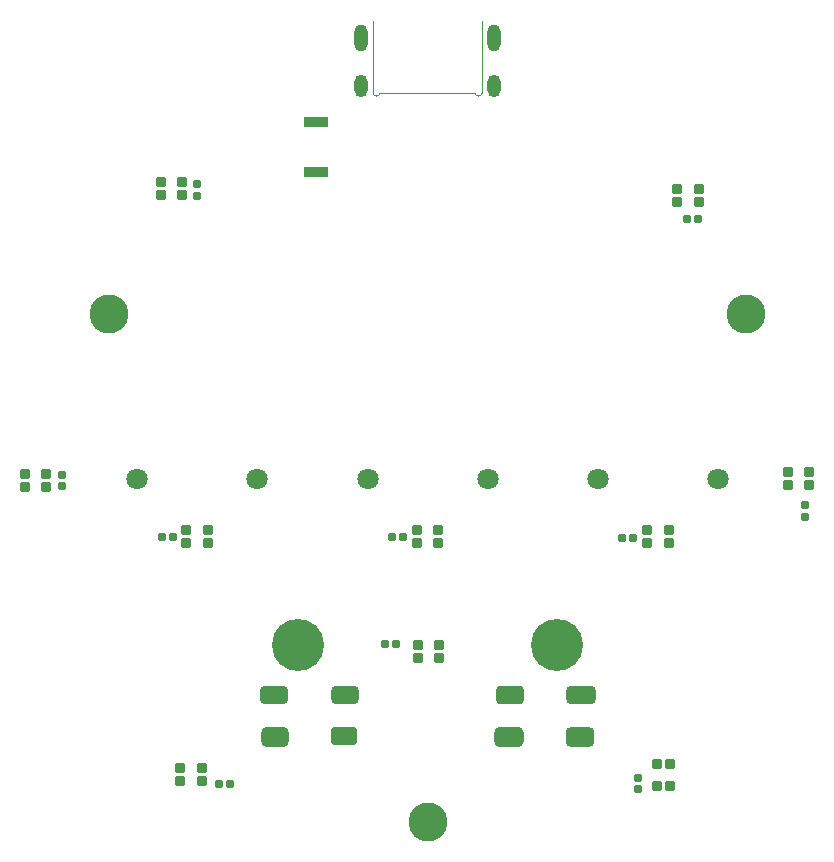
<source format=gbr>
%TF.GenerationSoftware,KiCad,Pcbnew,(7.0.0-0)*%
%TF.CreationDate,2023-03-14T21:41:36-05:00*%
%TF.ProjectId,RP2040_minimal,52503230-3430-45f6-9d69-6e696d616c2e,REV1*%
%TF.SameCoordinates,Original*%
%TF.FileFunction,Soldermask,Bot*%
%TF.FilePolarity,Negative*%
%FSLAX46Y46*%
G04 Gerber Fmt 4.6, Leading zero omitted, Abs format (unit mm)*
G04 Created by KiCad (PCBNEW (7.0.0-0)) date 2023-03-14 21:41:36*
%MOMM*%
%LPD*%
G01*
G04 APERTURE LIST*
G04 Aperture macros list*
%AMRoundRect*
0 Rectangle with rounded corners*
0 $1 Rounding radius*
0 $2 $3 $4 $5 $6 $7 $8 $9 X,Y pos of 4 corners*
0 Add a 4 corners polygon primitive as box body*
4,1,4,$2,$3,$4,$5,$6,$7,$8,$9,$2,$3,0*
0 Add four circle primitives for the rounded corners*
1,1,$1+$1,$2,$3*
1,1,$1+$1,$4,$5*
1,1,$1+$1,$6,$7*
1,1,$1+$1,$8,$9*
0 Add four rect primitives between the rounded corners*
20,1,$1+$1,$2,$3,$4,$5,0*
20,1,$1+$1,$4,$5,$6,$7,0*
20,1,$1+$1,$6,$7,$8,$9,0*
20,1,$1+$1,$8,$9,$2,$3,0*%
G04 Aperture macros list end*
%TA.AperFunction,Profile*%
%ADD10C,0.120000*%
%TD*%
%ADD11O,1.102000X1.902000*%
%ADD12O,1.102000X2.302000*%
%ADD13RoundRect,0.191000X-0.170000X0.140000X-0.170000X-0.140000X0.170000X-0.140000X0.170000X0.140000X0*%
%ADD14RoundRect,0.251000X0.800000X-0.200000X0.800000X0.200000X-0.800000X0.200000X-0.800000X-0.200000X0*%
%ADD15RoundRect,0.191000X0.140000X0.170000X-0.140000X0.170000X-0.140000X-0.170000X0.140000X-0.170000X0*%
%ADD16RoundRect,0.191000X0.170000X-0.140000X0.170000X0.140000X-0.170000X0.140000X-0.170000X-0.140000X0*%
%ADD17C,3.302000*%
%ADD18RoundRect,0.418500X0.762500X0.367500X-0.762500X0.367500X-0.762500X-0.367500X0.762500X-0.367500X0*%
%ADD19RoundRect,0.418500X0.775000X0.367500X-0.775000X0.367500X-0.775000X-0.367500X0.775000X-0.367500X0*%
%ADD20RoundRect,0.426000X0.707500X0.375000X-0.707500X0.375000X-0.707500X-0.375000X0.707500X-0.375000X0*%
%ADD21RoundRect,0.461000X0.702500X0.410000X-0.702500X0.410000X-0.702500X-0.410000X0.702500X-0.410000X0*%
%ADD22RoundRect,0.051000X-0.350000X-0.350000X0.350000X-0.350000X0.350000X0.350000X-0.350000X0.350000X0*%
%ADD23C,1.802000*%
%ADD24RoundRect,0.051000X0.350000X0.350000X-0.350000X0.350000X-0.350000X-0.350000X0.350000X-0.350000X0*%
%ADD25RoundRect,0.051000X-0.350000X0.350000X-0.350000X-0.350000X0.350000X-0.350000X0.350000X0.350000X0*%
%ADD26RoundRect,0.191000X-0.140000X-0.170000X0.140000X-0.170000X0.140000X0.170000X-0.140000X0.170000X0*%
%ADD27RoundRect,0.421000X0.835000X0.370000X-0.835000X0.370000X-0.835000X-0.370000X0.835000X-0.370000X0*%
%ADD28RoundRect,0.426000X0.777500X0.375000X-0.777500X0.375000X-0.777500X-0.375000X0.777500X-0.375000X0*%
%ADD29RoundRect,0.441000X0.782500X0.390000X-0.782500X0.390000X-0.782500X-0.390000X0.782500X-0.390000X0*%
%ADD30RoundRect,0.456000X0.782500X0.405000X-0.782500X0.405000X-0.782500X-0.405000X0.782500X-0.405000X0*%
%ADD31C,4.402000*%
G04 APERTURE END LIST*
D10*
%TO.C,P1*%
X4620000Y32750000D02*
X4625000Y38850000D01*
X4025000Y32725000D02*
X-4025000Y32725000D01*
X-4620000Y32750000D02*
X-4620000Y38850000D01*
X4025000Y32725000D02*
G75*
G03*
X4620000Y32750000I297500J12500D01*
G01*
X-4620000Y32750000D02*
G75*
G03*
X-4025000Y32725000I297500J-12500D01*
G01*
%TD*%
D11*
%TO.C,P1*%
X5619999Y33349999D03*
D12*
X5619999Y37349999D03*
D11*
X-5619999Y33349999D03*
D12*
X-5619999Y37349999D03*
%TD*%
D13*
%TO.C,C26*%
X31960000Y-2200000D03*
X31960000Y-3160000D03*
%TD*%
D14*
%TO.C,SW1*%
X-9470000Y26030000D03*
X-9470000Y30230000D03*
%TD*%
D15*
%TO.C,C29*%
X-2040000Y-4900000D03*
X-3000000Y-4900000D03*
%TD*%
D16*
%TO.C,C25*%
X17856000Y-26210000D03*
X17856000Y-25250000D03*
%TD*%
D17*
%TO.C,H3*%
X0Y-29000000D03*
%TD*%
D15*
%TO.C,C27*%
X22908000Y22022000D03*
X21948000Y22022000D03*
%TD*%
D18*
%TO.C,SW2*%
X-7020000Y-18265000D03*
D19*
X-12967500Y-18265000D03*
D20*
X-7092500Y-21750000D03*
D21*
X-12937500Y-21820000D03*
%TD*%
D22*
%TO.C,D2*%
X-34113000Y-626000D03*
X-34113000Y474000D03*
X-32283000Y474000D03*
X-32283000Y-626000D03*
%TD*%
D23*
%TO.C,REF\u002A\u002A*%
X24580000Y0D03*
X14420000Y0D03*
%TD*%
D16*
%TO.C,C21*%
X-19557000Y24022000D03*
X-19557000Y24982000D03*
%TD*%
D23*
%TO.C,REF\u002A\u002A*%
X5080000Y0D03*
X-5080000Y0D03*
%TD*%
D16*
%TO.C,C22*%
X-30968000Y-556000D03*
X-30968000Y404000D03*
%TD*%
D24*
%TO.C,D10*%
X20415000Y-4300000D03*
X20415000Y-5400000D03*
X18585000Y-5400000D03*
X18585000Y-4300000D03*
%TD*%
D25*
%TO.C,D5*%
X19450000Y-24085000D03*
X20550000Y-24085000D03*
X20550000Y-25915000D03*
X19450000Y-25915000D03*
%TD*%
D17*
%TO.C,H2*%
X-27000000Y14000000D03*
%TD*%
D26*
%TO.C,C23*%
X-17676000Y-25799000D03*
X-16716000Y-25799000D03*
%TD*%
D22*
%TO.C,D7*%
X21158000Y23462000D03*
X21158000Y24562000D03*
X22988000Y24562000D03*
X22988000Y23462000D03*
%TD*%
D17*
%TO.C,H1*%
X27000000Y14000000D03*
%TD*%
D22*
%TO.C,D3*%
X-20915000Y-25550000D03*
X-20915000Y-24450000D03*
X-19085000Y-24450000D03*
X-19085000Y-25550000D03*
%TD*%
D24*
%TO.C,D9*%
X915000Y-4300000D03*
X915000Y-5400000D03*
X-915000Y-5400000D03*
X-915000Y-4300000D03*
%TD*%
D27*
%TO.C,SW3*%
X12995000Y-18260000D03*
D28*
X6962500Y-18250000D03*
D29*
X12937500Y-21780000D03*
D30*
X6927500Y-21810000D03*
%TD*%
D22*
%TO.C,D1*%
X-22582000Y24082000D03*
X-22582000Y25182000D03*
X-20752000Y25182000D03*
X-20752000Y24082000D03*
%TD*%
D23*
%TO.C,REF\u002A\u002A*%
X-14420000Y0D03*
X-24580000Y0D03*
%TD*%
D22*
%TO.C,D6*%
X30485000Y-450000D03*
X30485000Y650000D03*
X32315000Y650000D03*
X32315000Y-450000D03*
%TD*%
D24*
%TO.C,D8*%
X-18585000Y-4300000D03*
X-18585000Y-5400000D03*
X-20415000Y-5400000D03*
X-20415000Y-4300000D03*
%TD*%
D15*
%TO.C,C28*%
X-21542000Y-4902000D03*
X-22502000Y-4902000D03*
%TD*%
D31*
%TO.C,H4*%
X-11000000Y-14000000D03*
%TD*%
D24*
%TO.C,D4*%
X991000Y-14004000D03*
X991000Y-15104000D03*
X-839000Y-15104000D03*
X-839000Y-14004000D03*
%TD*%
D15*
%TO.C,C30*%
X17410000Y-4980000D03*
X16450000Y-4980000D03*
%TD*%
%TO.C,C24*%
X-2650000Y-13930000D03*
X-3610000Y-13930000D03*
%TD*%
D31*
%TO.C,H5*%
X11000000Y-14000000D03*
%TD*%
M02*

</source>
